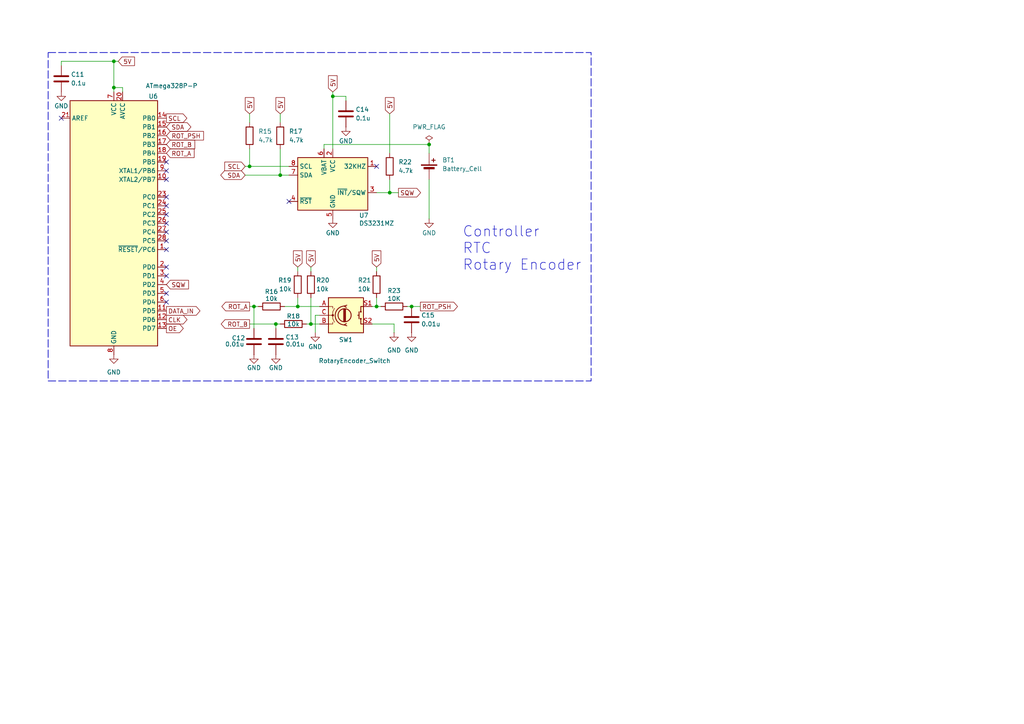
<source format=kicad_sch>
(kicad_sch (version 20231120) (generator "eeschema") (generator_version "8.0")
  (paper "A4")
  (title_block (title "Nixie Clock Project") (date "${DATE}") (rev "${VERSION}") (company "Pim Borman"))
  (lib_symbols
    (symbol "Device:Battery_Cell" (pin_numbers hide) (pin_names (offset 0) hide)
      (property "Reference" "BT" (at 2.54 2.54 0))
      (property "Value" "Battery_Cell" (at 2.54 0 0))
      (symbol "Battery_Cell_0_1"
        (rectangle (start -2.286 1.778) (end 2.286 1.524) (fill (type outline)))
        (rectangle (start -1.524 1.016) (end 1.524 0.508) (fill (type outline)))
        (polyline (pts (xy 0 0.762) (xy 0 0)))
        (polyline (pts (xy 0 1.778) (xy 0 2.54)))
        (polyline (pts (xy 0.762 3.048) (xy 1.778 3.048)) (stroke (width 0.254)))
        (polyline (pts (xy 1.27 3.556) (xy 1.27 2.54)) (stroke (width 0.254)))
      )
      (symbol "Battery_Cell_1_1"
        (pin passive line (at 0 5.08 270) (length 2.54) (name "+") (number "1"))
        (pin passive line (at 0 -2.54 90) (length 2.54) (name "-") (number "2"))
      )
    )
    (symbol "Device:C" (pin_numbers hide) (pin_names (offset 0.254))
      (property "Reference" "C" (at 0.635 2.54 0))
      (property "Value" "C" (at 0.635 -2.54 0))
      (symbol "C_0_1"
        (polyline (pts (xy -2.032 -0.762) (xy 2.032 -0.762)) (stroke (width 0.508)))
        (polyline (pts (xy -2.032 0.762) (xy 2.032 0.762)) (stroke (width 0.508)))
      )
      (symbol "C_1_1"
        (pin passive line (at 0 3.81 270) (length 2.794) (name "~") (number "1"))
        (pin passive line (at 0 -3.81 90) (length 2.794) (name "~") (number "2"))
      )
    )
    (symbol "Device:R" (pin_numbers hide) (pin_names (offset 0))
      (property "Reference" "R" (at 2.032 0 90))
      (property "Value" "R" (at 0 0 90))
      (symbol "R_0_1"
        (rectangle (start -1.016 -2.54) (end 1.016 2.54) (stroke (width 0.254)))
      )
      (symbol "R_1_1"
        (pin passive line (at 0 3.81 270) (length 1.27) (name "~") (number "1"))
        (pin passive line (at 0 -3.81 90) (length 1.27) (name "~") (number "2"))
      )
    )
    (symbol "Device:RotaryEncoder_Switch" (pin_names (offset 0.254) hide)
      (property "Reference" "SW" (at 0 6.604 0))
      (property "Value" "RotaryEncoder_Switch" (at 0 -6.604 0))
      (symbol "RotaryEncoder_Switch_0_1"
        (rectangle (start -5.08 5.08) (end 5.08 -5.08) (stroke (width 0.254)) (fill (type background)))
        (circle (center -3.81 0) (radius 0.254) (fill (type outline)))
        (circle (center -0.381 0) (radius 1.905) (stroke (width 0.254)))
        (arc (start -0.381 2.667) (mid -3.0988 -0.0635) (end -0.381 -2.794) (stroke (width 0.254)))
        (polyline (pts (xy -0.635 -1.778) (xy -0.635 1.778)) (stroke (width 0.254)))
        (polyline (pts (xy -0.381 -1.778) (xy -0.381 1.778)) (stroke (width 0.254)))
        (polyline (pts (xy -0.127 1.778) (xy -0.127 -1.778)) (stroke (width 0.254)))
        (polyline (pts (xy 3.81 0) (xy 3.429 0)) (stroke (width 0.254)))
        (polyline (pts (xy 3.81 1.016) (xy 3.81 -1.016)) (stroke (width 0.254)))
        (polyline (pts (xy -5.08 -2.54) (xy -3.81 -2.54) (xy -3.81 -2.032)))
        (polyline (pts (xy -5.08 2.54) (xy -3.81 2.54) (xy -3.81 2.032)))
        (polyline (pts (xy 0.254 -3.048) (xy -0.508 -2.794) (xy 0.127 -2.413)) (stroke (width 0.254)))
        (polyline (pts (xy 0.254 2.921) (xy -0.508 2.667) (xy 0.127 2.286)) (stroke (width 0.254)))
        (polyline (pts (xy 5.08 -2.54) (xy 4.318 -2.54) (xy 4.318 -1.016)) (stroke (width 0.254)))
        (polyline (pts (xy 5.08 2.54) (xy 4.318 2.54) (xy 4.318 1.016)) (stroke (width 0.254)))
        (polyline (pts (xy -5.08 0) (xy -3.81 0) (xy -3.81 -1.016) (xy -3.302 -2.032)))
        (polyline (pts (xy -4.318 0) (xy -3.81 0) (xy -3.81 1.016) (xy -3.302 2.032)))
        (circle (center 4.318 -1.016) (radius 0.127) (stroke (width 0.254)))
        (circle (center 4.318 1.016) (radius 0.127) (stroke (width 0.254)))
      )
      (symbol "RotaryEncoder_Switch_1_1"
        (pin passive line (at -7.62 2.54 0) (length 2.54) (name "A") (number "A"))
        (pin passive line (at -7.62 -2.54 0) (length 2.54) (name "B") (number "B"))
        (pin passive line (at -7.62 0 0) (length 2.54) (name "C") (number "C"))
        (pin passive line (at 7.62 2.54 180) (length 2.54) (name "S1") (number "S1"))
        (pin passive line (at 7.62 -2.54 180) (length 2.54) (name "S2") (number "S2"))
      )
    )
    (symbol "MCU_Microchip_ATmega:ATmega328P-P"
      (property "Reference" "U" (at -12.7 36.83 0))
      (property "Value" "ATmega328P-P" (at 2.54 -36.83 0))
      (symbol "ATmega328P-P_0_1"
        (rectangle (start -12.7 -35.56) (end 12.7 35.56) (stroke (width 0.254)) (fill (type background)))
      )
      (symbol "ATmega328P-P_1_1"
        (pin bidirectional line (at 15.24 -7.62 180) (length 2.54) (name "~{RESET}/PC6") (number "1"))
        (pin bidirectional line (at 15.24 12.7 180) (length 2.54) (name "XTAL2/PB7") (number "10"))
        (pin bidirectional line (at 15.24 -25.4 180) (length 2.54) (name "PD5") (number "11"))
        (pin bidirectional line (at 15.24 -27.94 180) (length 2.54) (name "PD6") (number "12"))
        (pin bidirectional line (at 15.24 -30.48 180) (length 2.54) (name "PD7") (number "13"))
        (pin bidirectional line (at 15.24 30.48 180) (length 2.54) (name "PB0") (number "14"))
        (pin bidirectional line (at 15.24 27.94 180) (length 2.54) (name "PB1") (number "15"))
        (pin bidirectional line (at 15.24 25.4 180) (length 2.54) (name "PB2") (number "16"))
        (pin bidirectional line (at 15.24 22.86 180) (length 2.54) (name "PB3") (number "17"))
        (pin bidirectional line (at 15.24 20.32 180) (length 2.54) (name "PB4") (number "18"))
        (pin bidirectional line (at 15.24 17.78 180) (length 2.54) (name "PB5") (number "19"))
        (pin bidirectional line (at 15.24 -12.7 180) (length 2.54) (name "PD0") (number "2"))
        (pin power_in line (at 2.54 38.1 270) (length 2.54) (name "AVCC") (number "20"))
        (pin passive line (at -15.24 30.48 0) (length 2.54) (name "AREF") (number "21"))
        (pin passive line (at 0 -38.1 90) (length 2.54) hide (name "GND") (number "22"))
        (pin bidirectional line (at 15.24 7.62 180) (length 2.54) (name "PC0") (number "23"))
        (pin bidirectional line (at 15.24 5.08 180) (length 2.54) (name "PC1") (number "24"))
        (pin bidirectional line (at 15.24 2.54 180) (length 2.54) (name "PC2") (number "25"))
        (pin bidirectional line (at 15.24 0 180) (length 2.54) (name "PC3") (number "26"))
        (pin bidirectional line (at 15.24 -2.54 180) (length 2.54) (name "PC4") (number "27"))
        (pin bidirectional line (at 15.24 -5.08 180) (length 2.54) (name "PC5") (number "28"))
        (pin bidirectional line (at 15.24 -15.24 180) (length 2.54) (name "PD1") (number "3"))
        (pin bidirectional line (at 15.24 -17.78 180) (length 2.54) (name "PD2") (number "4"))
        (pin bidirectional line (at 15.24 -20.32 180) (length 2.54) (name "PD3") (number "5"))
        (pin bidirectional line (at 15.24 -22.86 180) (length 2.54) (name "PD4") (number "6"))
        (pin power_in line (at 0 38.1 270) (length 2.54) (name "VCC") (number "7"))
        (pin power_in line (at 0 -38.1 90) (length 2.54) (name "GND") (number "8"))
        (pin bidirectional line (at 15.24 15.24 180) (length 2.54) (name "XTAL1/PB6") (number "9"))
      )
    )
    (symbol "Timer_RTC:DS3231MZ"
      (property "Reference" "U" (at -7.62 8.89 0))
      (property "Value" "DS3231MZ" (at 11.43 8.89 0))
      (symbol "DS3231MZ_0_1"
        (rectangle (start -10.16 7.62) (end 10.16 -7.62) (stroke (width 0.254)) (fill (type background)))
      )
      (symbol "DS3231MZ_1_1"
        (pin open_collector line (at 12.7 5.08 180) (length 2.54) (name "32KHZ") (number "1"))
        (pin power_in line (at 0 10.16 270) (length 2.54) (name "VCC") (number "2"))
        (pin open_collector line (at 12.7 -2.54 180) (length 2.54) (name "~{INT}/SQW") (number "3"))
        (pin bidirectional line (at -12.7 -5.08 0) (length 2.54) (name "~{RST}") (number "4"))
        (pin power_in line (at 0 -10.16 90) (length 2.54) (name "GND") (number "5"))
        (pin power_in line (at -2.54 10.16 270) (length 2.54) (name "VBAT") (number "6"))
        (pin bidirectional line (at -12.7 2.54 0) (length 2.54) (name "SDA") (number "7"))
        (pin input line (at -12.7 5.08 0) (length 2.54) (name "SCL") (number "8"))
      )
    )
    (symbol "power:GND" (power) (pin_numbers hide) (pin_names (offset 0) hide)
      (property "Value" "GND" (at 0 -3.81 0))
      (symbol "GND_0_1"
        (polyline (pts (xy 0 0) (xy 0 -1.27) (xy 1.27 -1.27) (xy 0 -2.54) (xy -1.27 -1.27) (xy 0 -1.27)))
      )
      (symbol "GND_1_1"
        (pin power_in line (at 0 0 270) (length 0) (name "~") (number "1"))
      )
    )
    (symbol "power:PWR_FLAG" (power) (pin_numbers hide) (pin_names (offset 0) hide)
      (property "Value" "PWR_FLAG" (at 0 3.81 0))
      (symbol "PWR_FLAG_0_0"
        (pin power_out line (at 0 0 90) (length 0) (name "~") (number "1"))
      )
      (symbol "PWR_FLAG_0_1"
        (polyline (pts (xy 0 0) (xy 0 1.27) (xy -1.016 1.905) (xy 0 2.54) (xy 1.016 1.905) (xy 0 1.27)))
      )
    )
  )
  (junction (at 113.03 55.88))
  (junction (at 124.46 41.91))
  (junction (at 80.01 93.98))
  (junction (at 33.02 25.4))
  (junction (at 86.36 88.9))
  (junction (at 109.22 88.9))
  (junction (at 73.66 88.9))
  (junction (at 119.38 88.9))
  (junction (at 72.39 48.26))
  (junction (at 81.28 50.8))
  (junction (at 90.17 93.98))
  (junction (at 96.52 27.94))
  (junction (at 33.02 17.78))
  (no_connect (at 48.26 57.15))
  (no_connect (at 48.26 85.09))
  (no_connect (at 48.26 77.47))
  (no_connect (at 48.26 64.77))
  (no_connect (at 83.82 58.42))
  (no_connect (at 48.26 62.23))
  (no_connect (at 48.26 87.63))
  (no_connect (at 48.26 49.53))
  (no_connect (at 48.26 72.39))
  (no_connect (at 48.26 80.01))
  (no_connect (at 48.26 52.07))
  (no_connect (at 48.26 67.31))
  (no_connect (at 48.26 59.69))
  (no_connect (at 48.26 46.99))
  (no_connect (at 109.22 48.26))
  (no_connect (at 17.78 34.29))
  (no_connect (at 48.26 69.85))
  (wire (pts (xy 93.98 41.91) (xy 124.46 41.91)))
  (wire (pts (xy 82.55 88.9) (xy 86.36 88.9)))
  (wire (pts (xy 96.52 27.94) (xy 96.52 43.18)))
  (wire (pts (xy 81.28 43.18) (xy 81.28 50.8)))
  (wire (pts (xy 81.28 33.02) (xy 81.28 35.56)))
  (wire (pts (xy 71.12 48.26) (xy 72.39 48.26)))
  (wire (pts (xy 33.02 17.78) (xy 33.02 25.4)))
  (wire (pts (xy 109.22 86.36) (xy 109.22 88.9)))
  (wire (pts (xy 17.78 17.78) (xy 33.02 17.78)))
  (wire (pts (xy 86.36 77.47) (xy 86.36 78.74)))
  (wire (pts (xy 113.03 52.07) (xy 113.03 55.88)))
  (wire (pts (xy 73.66 88.9) (xy 74.93 88.9)))
  (wire (pts (xy 81.28 93.98) (xy 80.01 93.98)))
  (wire (pts (xy 88.9 93.98) (xy 90.17 93.98)))
  (wire (pts (xy 119.38 88.9) (xy 121.92 88.9)))
  (wire (pts (xy 33.02 17.78) (xy 34.29 17.78)))
  (wire (pts (xy 90.17 93.98) (xy 92.71 93.98)))
  (wire (pts (xy 107.95 88.9) (xy 109.22 88.9)))
  (wire (pts (xy 72.39 43.18) (xy 72.39 48.26)))
  (wire (pts (xy 80.01 93.98) (xy 72.39 93.98)))
  (wire (pts (xy 118.11 88.9) (xy 119.38 88.9)))
  (wire (pts (xy 113.03 33.02) (xy 113.03 44.45)))
  (wire (pts (xy 109.22 77.47) (xy 109.22 78.74)))
  (wire (pts (xy 114.3 93.98) (xy 114.3 96.52)))
  (wire (pts (xy 90.17 86.36) (xy 90.17 93.98)))
  (wire (pts (xy 72.39 33.02) (xy 72.39 35.56)))
  (wire (pts (xy 100.33 27.94) (xy 96.52 27.94)))
  (wire (pts (xy 72.39 48.26) (xy 83.82 48.26)))
  (wire (pts (xy 86.36 86.36) (xy 86.36 88.9)))
  (wire (pts (xy 96.52 26.67) (xy 96.52 27.94)))
  (wire (pts (xy 107.95 93.98) (xy 114.3 93.98)))
  (wire (pts (xy 124.46 41.91) (xy 124.46 44.45)))
  (wire (pts (xy 93.98 43.18) (xy 93.98 41.91)))
  (wire (pts (xy 109.22 88.9) (xy 110.49 88.9)))
  (wire (pts (xy 115.57 55.88) (xy 113.03 55.88)))
  (wire (pts (xy 35.56 25.4) (xy 33.02 25.4)))
  (wire (pts (xy 71.12 50.8) (xy 81.28 50.8)))
  (wire (pts (xy 124.46 63.5) (xy 124.46 52.07)))
  (wire (pts (xy 100.33 29.21) (xy 100.33 27.94)))
  (wire (pts (xy 72.39 88.9) (xy 73.66 88.9)))
  (wire (pts (xy 91.44 96.52) (xy 91.44 91.44)))
  (wire (pts (xy 35.56 26.67) (xy 35.56 25.4)))
  (wire (pts (xy 81.28 50.8) (xy 83.82 50.8)))
  (wire (pts (xy 73.66 88.9) (xy 73.66 95.25)))
  (wire (pts (xy 80.01 93.98) (xy 80.01 95.25)))
  (wire (pts (xy 86.36 88.9) (xy 92.71 88.9)))
  (wire (pts (xy 90.17 77.47) (xy 90.17 78.74)))
  (wire (pts (xy 91.44 91.44) (xy 92.71 91.44)))
  (wire (pts (xy 17.78 19.05) (xy 17.78 17.78)))
  (wire (pts (xy 113.03 55.88) (xy 109.22 55.88)))
  (wire (pts (xy 33.02 25.4) (xy 33.02 26.67)))
  (rectangle (start 13.97 15.24) (end 171.45 110.49) (stroke (width 0.2) (type dash)))
  (text "Controller\nRTC\nRotary Encoder" (at 134.112 72.136 0) (effects (font (size 3 3)) (justify left)))
  (global_label "ROT_B" (shape input) (at 48.26 41.91 0) (property "Intersheetrefs" "${INTERSHEET_REFS}" (effects (hide yes))))
  (global_label "5V" (shape input) (at 72.39 33.02 90) (property "Intersheetrefs" "${INTERSHEET_REFS}" (effects (hide yes))))
  (global_label "ROT_B" (shape output) (at 72.39 93.98 180) (property "Intersheetrefs" "${INTERSHEET_REFS}" (effects (hide yes))))
  (global_label "SQW" (shape input) (at 48.26 82.55 0) (property "Intersheetrefs" "${INTERSHEET_REFS}" (effects (hide yes))))
  (global_label "SCL" (shape input) (at 71.12 48.26 180) (property "Intersheetrefs" "${INTERSHEET_REFS}" (effects (hide yes))))
  (global_label "5V" (shape input) (at 90.17 77.47 90) (property "Intersheetrefs" "${INTERSHEET_REFS}" (effects (hide yes))))
  (global_label "OE" (shape output) (at 48.26 95.25 0) (property "Intersheetrefs" "${INTERSHEET_REFS}" (effects (hide yes))))
  (global_label "ROT_PSH" (shape output) (at 121.92 88.9 0) (property "Intersheetrefs" "${INTERSHEET_REFS}" (effects (hide yes))))
  (global_label "ROT_A" (shape input) (at 48.26 44.45 0) (property "Intersheetrefs" "${INTERSHEET_REFS}" (effects (hide yes))))
  (global_label "DATA_IN" (shape output) (at 48.26 90.17 0) (property "Intersheetrefs" "${INTERSHEET_REFS}" (effects (hide yes))))
  (global_label "5V" (shape input) (at 86.36 77.47 90) (property "Intersheetrefs" "${INTERSHEET_REFS}" (effects (hide yes))))
  (global_label "5V" (shape input) (at 109.22 77.47 90) (property "Intersheetrefs" "${INTERSHEET_REFS}" (effects (hide yes))))
  (global_label "SQW" (shape output) (at 115.57 55.88 0) (property "Intersheetrefs" "${INTERSHEET_REFS}" (effects (hide yes))))
  (global_label "CLK" (shape output) (at 48.26 92.71 0) (property "Intersheetrefs" "${INTERSHEET_REFS}" (effects (hide yes))))
  (global_label "5V" (shape input) (at 96.52 26.67 90) (property "Intersheetrefs" "${INTERSHEET_REFS}" (effects (hide yes))))
  (global_label "5V" (shape input) (at 113.03 33.02 90) (property "Intersheetrefs" "${INTERSHEET_REFS}" (effects (hide yes))))
  (global_label "SDA" (shape bidirectional) (at 71.12 50.8 180) (property "Intersheetrefs" "${INTERSHEET_REFS}" (effects (hide yes))))
  (global_label "5V" (shape input) (at 34.29 17.78 0) (property "Intersheetrefs" "${INTERSHEET_REFS}" (effects (hide yes))))
  (global_label "SDA" (shape bidirectional) (at 48.26 36.83 0) (property "Intersheetrefs" "${INTERSHEET_REFS}" (effects (hide yes))))
  (global_label "5V" (shape input) (at 81.28 33.02 90) (property "Intersheetrefs" "${INTERSHEET_REFS}" (effects (hide yes))))
  (global_label "ROT_A" (shape output) (at 72.39 88.9 180) (property "Intersheetrefs" "${INTERSHEET_REFS}" (effects (hide yes))))
  (global_label "SCL" (shape output) (at 48.26 34.29 0) (property "Intersheetrefs" "${INTERSHEET_REFS}" (effects (hide yes))))
  (global_label "ROT_PSH" (shape input) (at 48.26 39.37 0) (property "Intersheetrefs" "${INTERSHEET_REFS}" (effects (hide yes))))
  (symbol (lib_id "power:PWR_FLAG") (at 124.46 41.91 0) (unit 1)
    (property "Reference" "#FLG03" (effects (hide yes)))
    (property "Value" "PWR_FLAG" (at 124.46 36.83 0))
    (property "Description" "Special symbol for telling ERC where power comes from" (effects (hide yes)))
  )
  (symbol (lib_id "Device:R") (at 113.03 48.26 0) (unit 1)
    (property "Reference" "R22" (at 115.57 46.9899 0) (effects (justify left)))
    (property "Value" "4.7k" (at 115.57 49.5299 0) (effects (justify left)))
    (property "Footprint" "Resistor_THT:R_Axial_DIN0207_L6.3mm_D2.5mm_P7.62mm_Horizontal" (effects (hide yes)))
    (property "Description" "Resistor" (effects (hide yes)))
  )
  (symbol (lib_id "power:GND") (at 91.44 96.52 0) (unit 1)
    (property "Reference" "#PWR022" (effects (hide yes)))
    (property "Value" "GND" (at 91.44 100.584 0))
    (property "Description" "Power symbol creates a global label with name \"GND\" , ground" (effects (hide yes)))
  )
  (symbol (lib_id "Device:C") (at 100.33 33.02 0) (unit 1)
    (property "Reference" "C14" (at 103.124 31.75 0) (effects (justify left)))
    (property "Value" "0.1u" (at 103.124 34.29 0) (effects (justify left)))
    (property "Footprint" "Capacitor_THT:C_Disc_D4.7mm_W2.5mm_P5.00mm" (effects (hide yes)))
    (property "Description" "Unpolarized capacitor" (effects (hide yes)))
  )
  (symbol (lib_id "Device:C") (at 119.38 92.71 0) (unit 1)
    (property "Reference" "C15" (at 122.174 91.44 0) (effects (justify left)))
    (property "Value" "0.01u" (at 122.174 93.98 0) (effects (justify left)))
    (property "Footprint" "Capacitor_THT:C_Disc_D4.7mm_W2.5mm_P5.00mm" (effects (hide yes)))
    (property "Description" "Unpolarized capacitor" (effects (hide yes)))
  )
  (symbol (lib_id "Device:R") (at 86.36 82.55 0) (mirror y) (unit 1)
    (property "Reference" "R19" (at 84.582 81.28 0) (effects (justify left)))
    (property "Value" "10k" (at 84.582 83.82 0) (effects (justify left)))
    (property "Footprint" "Resistor_THT:R_Axial_DIN0207_L6.3mm_D2.5mm_P7.62mm_Horizontal" (effects (hide yes)))
    (property "Description" "Resistor" (effects (hide yes)))
  )
  (symbol (lib_id "power:GND") (at 114.3 96.52 0) (unit 1)
    (property "Reference" "#PWR025" (effects (hide yes)))
    (property "Value" "GND" (at 114.3 101.6 0))
    (property "Description" "Power symbol creates a global label with name \"GND\" , ground" (effects (hide yes)))
  )
  (symbol (lib_id "MCU_Microchip_ATmega:ATmega328P-P") (at 33.02 64.77 0) (unit 1)
    (property "Reference" "U6" (at 44.45 27.94 0))
    (property "Value" "ATmega328P-P" (at 49.784 24.892 0))
    (property "Footprint" "Package_DIP:DIP-28_W7.62mm" (effects (hide yes)))
    (property "Datasheet" "http://ww1.microchip.com/downloads/en/DeviceDoc/ATmega328_P%20AVR%20MCU%20with%20picoPower%20Technology%20Data%20Sheet%2040001984A.pdf" (effects (hide yes)))
    (property "Description" "20MHz, 32kB Flash, 2kB SRAM, 1kB EEPROM, DIP-28" (effects (hide yes)))
  )
  (symbol (lib_id "power:GND") (at 17.78 26.67 0) (unit 1)
    (property "Reference" "#PWR018" (effects (hide yes)))
    (property "Value" "GND" (at 17.78 30.734 0))
    (property "Description" "Power symbol creates a global label with name \"GND\" , ground" (effects (hide yes)))
  )
  (symbol (lib_id "Device:C") (at 17.78 22.86 0) (unit 1)
    (property "Reference" "C11" (at 20.574 21.59 0) (effects (justify left)))
    (property "Value" "0.1u" (at 20.574 24.13 0) (effects (justify left)))
    (property "Footprint" "Capacitor_THT:C_Disc_D4.7mm_W2.5mm_P5.00mm" (effects (hide yes)))
    (property "Description" "Unpolarized capacitor" (effects (hide yes)))
  )
  (symbol (lib_id "Device:R") (at 81.28 39.37 0) (unit 1)
    (property "Reference" "R17" (at 83.82 38.0999 0) (effects (justify left)))
    (property "Value" "4.7k" (at 83.82 40.6399 0) (effects (justify left)))
    (property "Footprint" "Resistor_THT:R_Axial_DIN0207_L6.3mm_D2.5mm_P7.62mm_Horizontal" (effects (hide yes)))
    (property "Description" "Resistor" (effects (hide yes)))
  )
  (symbol (lib_id "Device:R") (at 78.74 88.9 90) (unit 1)
    (property "Reference" "R16" (at 78.74 84.582 90))
    (property "Value" "10k" (at 78.74 86.614 90))
    (property "Footprint" "Resistor_THT:R_Axial_DIN0207_L6.3mm_D2.5mm_P7.62mm_Horizontal" (effects (hide yes)))
    (property "Description" "Resistor" (effects (hide yes)))
  )
  (symbol (lib_id "Device:C") (at 73.66 99.06 0) (mirror y) (unit 1)
    (property "Reference" "C12" (at 71.12 98.044 0) (effects (justify left)))
    (property "Value" "0.01u" (at 70.866 99.822 0) (effects (justify left)))
    (property "Footprint" "Capacitor_THT:C_Disc_D4.7mm_W2.5mm_P5.00mm" (effects (hide yes)))
    (property "Description" "Unpolarized capacitor" (effects (hide yes)))
  )
  (symbol (lib_id "power:GND") (at 100.33 36.83 0) (unit 1)
    (property "Reference" "#PWR024" (effects (hide yes)))
    (property "Value" "GND" (at 100.33 40.894 0))
    (property "Description" "Power symbol creates a global label with name \"GND\" , ground" (effects (hide yes)))
  )
  (symbol (lib_id "power:GND") (at 96.52 63.5 0) (unit 1)
    (property "Reference" "#PWR023" (effects (hide yes)))
    (property "Value" "GND" (at 96.52 67.564 0))
    (property "Description" "Power symbol creates a global label with name \"GND\" , ground" (effects (hide yes)))
  )
  (symbol (lib_id "power:GND") (at 119.38 96.52 0) (unit 1)
    (property "Reference" "#PWR026" (effects (hide yes)))
    (property "Value" "GND" (at 119.38 101.6 0))
    (property "Description" "Power symbol creates a global label with name \"GND\" , ground" (effects (hide yes)))
  )
  (symbol (lib_id "Device:C") (at 80.01 99.06 0) (unit 1)
    (property "Reference" "C13" (at 82.804 97.79 0) (effects (justify left)))
    (property "Value" "0.01u" (at 82.804 99.822 0) (effects (justify left)))
    (property "Footprint" "Capacitor_THT:C_Disc_D4.7mm_W2.5mm_P5.00mm" (effects (hide yes)))
    (property "Description" "Unpolarized capacitor" (effects (hide yes)))
  )
  (symbol (lib_id "power:GND") (at 33.02 102.87 0) (unit 1)
    (property "Reference" "#PWR019" (effects (hide yes)))
    (property "Value" "GND" (at 33.02 107.95 0))
    (property "Description" "Power symbol creates a global label with name \"GND\" , ground" (effects (hide yes)))
  )
  (symbol (lib_id "Timer_RTC:DS3231MZ") (at 96.52 53.34 0) (unit 1)
    (property "Reference" "U7" (at 104.14 62.484 0) (effects (justify left)))
    (property "Value" "DS3231MZ" (at 104.14 64.77 0) (effects (justify left)))
    (property "Footprint" "Package_SO:SOIC-8_3.9x4.9mm_P1.27mm" (effects (hide yes)))
    (property "Datasheet" "http://datasheets.maximintegrated.com/en/ds/DS3231M.pdf" (effects (hide yes)))
    (property "Description" "±5ppm, I2C Real-Time Clock SOIC-8" (effects (hide yes)))
  )
  (symbol (lib_id "Device:RotaryEncoder_Switch") (at 100.33 91.44 0) (unit 1)
    (property "Reference" "SW1" (at 100.33 98.552 0))
    (property "Value" "RotaryEncoder_Switch" (at 102.87 104.648 0))
    (property "Footprint" "nixie:PEC11H4020FS0016" (effects (hide yes)))
    (property "Description" "Rotary encoder, dual channel, incremental quadrate outputs, with switch" (effects (hide yes)))
  )
  (symbol (lib_id "Device:R") (at 114.3 88.9 90) (unit 1)
    (property "Reference" "R23" (at 114.3 84.328 90))
    (property "Value" "10K" (at 114.3 86.614 90))
    (property "Footprint" "Resistor_THT:R_Axial_DIN0207_L6.3mm_D2.5mm_P7.62mm_Horizontal" (effects (hide yes)))
    (property "Description" "Resistor" (effects (hide yes)))
  )
  (symbol (lib_id "Device:R") (at 109.22 82.55 0) (mirror y) (unit 1)
    (property "Reference" "R21" (at 107.696 81.28 0) (effects (justify left)))
    (property "Value" "10k" (at 107.442 83.82 0) (effects (justify left)))
    (property "Footprint" "Resistor_THT:R_Axial_DIN0207_L6.3mm_D2.5mm_P7.62mm_Horizontal" (effects (hide yes)))
    (property "Description" "Resistor" (effects (hide yes)))
  )
  (symbol (lib_id "Device:R") (at 72.39 39.37 0) (unit 1)
    (property "Reference" "R15" (at 74.93 38.0999 0) (effects (justify left)))
    (property "Value" "4.7k" (at 74.93 40.6399 0) (effects (justify left)))
    (property "Footprint" "Resistor_THT:R_Axial_DIN0207_L6.3mm_D2.5mm_P7.62mm_Horizontal" (effects (hide yes)))
    (property "Description" "Resistor" (effects (hide yes)))
  )
  (symbol (lib_id "Device:R") (at 90.17 82.55 0) (unit 1)
    (property "Reference" "R20" (at 91.694 81.28 0) (effects (justify left)))
    (property "Value" "10k" (at 91.694 83.82 0) (effects (justify left)))
    (property "Footprint" "Resistor_THT:R_Axial_DIN0207_L6.3mm_D2.5mm_P7.62mm_Horizontal" (effects (hide yes)))
    (property "Description" "Resistor" (effects (hide yes)))
  )
  (symbol (lib_id "power:GND") (at 73.66 102.87 0) (unit 1)
    (property "Reference" "#PWR020" (effects (hide yes)))
    (property "Value" "GND" (at 73.66 106.68 0))
    (property "Description" "Power symbol creates a global label with name \"GND\" , ground" (effects (hide yes)))
  )
  (symbol (lib_id "power:GND") (at 124.46 63.5 0) (unit 1)
    (property "Reference" "#PWR027" (effects (hide yes)))
    (property "Value" "GND" (at 124.46 67.564 0))
    (property "Description" "Power symbol creates a global label with name \"GND\" , ground" (effects (hide yes)))
  )
  (symbol (lib_id "Device:Battery_Cell") (at 124.46 49.53 0) (unit 1)
    (property "Reference" "BT1" (at 128.27 46.4184 0) (effects (justify left)))
    (property "Value" "Battery_Cell" (at 128.27 48.9584 0) (effects (justify left)))
    (property "Footprint" "nixie:BH-80B-1" (effects (hide yes)))
    (property "Description" "Single-cell battery" (effects (hide yes)))
  )
  (symbol (lib_id "power:GND") (at 80.01 102.87 0) (unit 1)
    (property "Reference" "#PWR021" (effects (hide yes)))
    (property "Value" "GND" (at 80.01 106.68 0))
    (property "Description" "Power symbol creates a global label with name \"GND\" , ground" (effects (hide yes)))
  )
  (symbol (lib_id "Device:R") (at 85.09 93.98 90) (unit 1)
    (property "Reference" "R18" (at 85.09 91.694 90))
    (property "Value" "10k" (at 85.09 93.98 90))
    (property "Footprint" "Resistor_THT:R_Axial_DIN0207_L6.3mm_D2.5mm_P7.62mm_Horizontal" (effects (hide yes)))
    (property "Description" "Resistor" (effects (hide yes)))
  )
)
</source>
